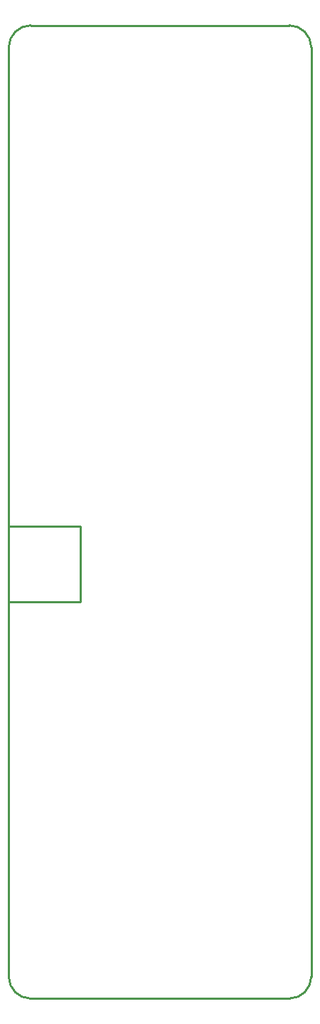
<source format=gko>
G04 Layer: BoardOutlineLayer*
G04 EasyEDA v6.5.29, 2023-07-13 21:57:20*
G04 7a6f2c3726ca49e2bb2d1c28c44730f7,526de7724db94d99884824a7b7aad82a,10*
G04 Gerber Generator version 0.2*
G04 Scale: 100 percent, Rotated: No, Reflected: No *
G04 Dimensions in millimeters *
G04 leading zeros omitted , absolute positions ,4 integer and 5 decimal *
%FSLAX45Y45*%
%MOMM*%

%ADD10C,0.2540*%
D10*
X4299991Y13240974D02*
G01*
X4299991Y2204994D01*
X958997Y13499972D02*
G01*
X4040992Y13499972D01*
X699998Y2204994D02*
G01*
X699998Y13240974D01*
X4040992Y1945995D02*
G01*
X958997Y1945995D01*
G75*
G01*
X4040992Y13499973D02*
G02*
X4299991Y13240974I1J-258999D01*
G75*
G01*
X699999Y13240974D02*
G02*
X958998Y13499973I258998J0D01*
G75*
G01*
X4299991Y2204996D02*
G02*
X4040992Y1945996I-258998J-1D01*
G75*
G01*
X958998Y1945996D02*
G02*
X699999Y2204996I-1J258999D01*
X698500Y7556500D02*
G01*
X1549996Y7556500D01*
X1549996Y7556500D02*
G01*
X1549996Y6656501D01*
X1549996Y6656501D02*
G01*
X698500Y6654800D01*
X698500Y6654800D02*
G01*
X698500Y7556500D01*

%LPD*%
M02*

</source>
